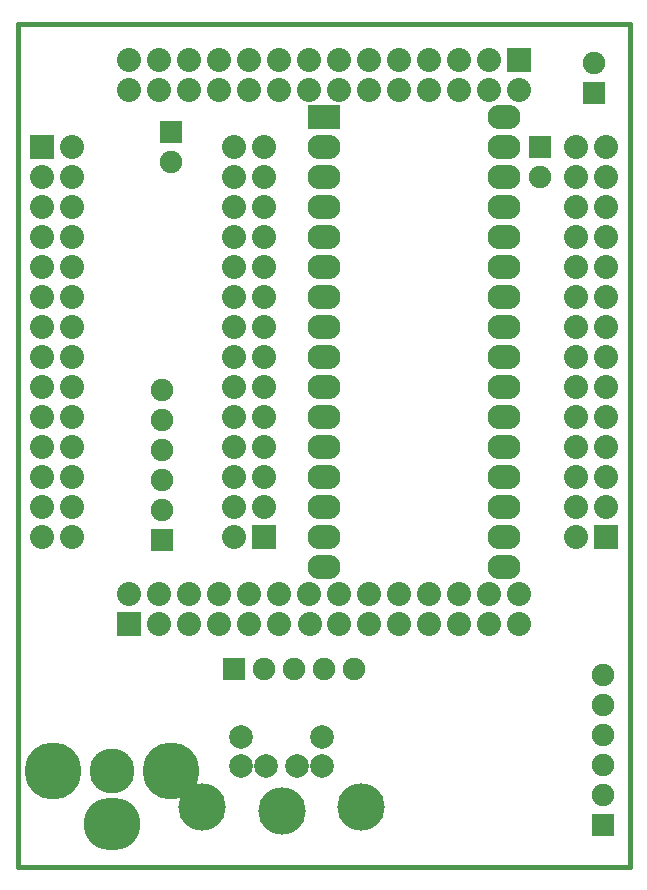
<source format=gbs>
G04 (created by PCBNEW (2013-07-07 BZR 4022)-stable) date 11/10/2018 5:54:12 PM*
%MOIN*%
G04 Gerber Fmt 3.4, Leading zero omitted, Abs format*
%FSLAX34Y34*%
G01*
G70*
G90*
G04 APERTURE LIST*
%ADD10C,0.00590551*%
%ADD11C,0.015*%
%ADD12O,0.19X0.175*%
%ADD13C,0.19*%
%ADD14C,0.15*%
%ADD15C,0.075*%
%ADD16R,0.075X0.075*%
%ADD17C,0.08*%
%ADD18R,0.08X0.08*%
%ADD19R,0.11X0.082*%
%ADD20O,0.11X0.082*%
%ADD21C,0.0790551*%
%ADD22C,0.157795*%
G04 APERTURE END LIST*
G54D10*
G54D11*
X45100Y-51500D02*
X45100Y-23400D01*
X65500Y-51500D02*
X45100Y-51500D01*
X65500Y-23400D02*
X65500Y-51500D01*
X45100Y-23400D02*
X65500Y-23400D01*
G54D12*
X48250Y-50070D03*
G54D13*
X46280Y-48300D03*
G54D14*
X48250Y-48300D03*
G54D13*
X50220Y-48300D03*
G54D15*
X49900Y-35600D03*
X49900Y-36600D03*
X49900Y-37600D03*
X49900Y-38600D03*
G54D16*
X49900Y-40600D03*
G54D15*
X49900Y-39600D03*
G54D17*
X45900Y-31500D03*
X45900Y-30500D03*
X45900Y-29500D03*
X45900Y-28500D03*
X46900Y-40500D03*
X46900Y-39500D03*
X46900Y-38500D03*
X46900Y-37500D03*
X46900Y-36500D03*
X45900Y-40500D03*
X46900Y-35500D03*
X45900Y-39500D03*
X46900Y-34500D03*
X45900Y-38500D03*
X46900Y-33500D03*
X45900Y-37500D03*
X46900Y-32500D03*
X45900Y-36500D03*
X46900Y-31500D03*
X45900Y-35500D03*
X46900Y-30500D03*
X45900Y-34500D03*
X46900Y-29500D03*
X45900Y-33500D03*
X46900Y-28500D03*
X45900Y-32500D03*
X46900Y-27500D03*
G54D18*
X45900Y-27500D03*
X64700Y-40500D03*
G54D17*
X63700Y-40500D03*
X64700Y-35500D03*
X63700Y-39500D03*
X64700Y-34500D03*
X63700Y-38500D03*
X64700Y-33500D03*
X63700Y-37500D03*
X64700Y-32500D03*
X63700Y-36500D03*
X64700Y-31500D03*
X63700Y-35500D03*
X64700Y-30500D03*
X63700Y-34500D03*
X64700Y-29500D03*
X63700Y-33500D03*
X64700Y-28500D03*
X63700Y-32500D03*
X64700Y-27500D03*
X63700Y-31500D03*
X63700Y-30500D03*
X63700Y-29500D03*
X63700Y-28500D03*
X63700Y-27500D03*
X64700Y-39500D03*
X64700Y-38500D03*
X64700Y-37500D03*
X64700Y-36500D03*
X57800Y-24600D03*
X58800Y-24600D03*
X59800Y-24600D03*
X60800Y-24600D03*
X48800Y-25600D03*
X49800Y-25600D03*
X50800Y-25600D03*
X51800Y-25600D03*
X52800Y-25600D03*
X48800Y-24600D03*
X53800Y-25600D03*
X49800Y-24600D03*
X54800Y-25600D03*
X50800Y-24600D03*
X55800Y-25600D03*
X51800Y-24600D03*
X56800Y-25600D03*
X52800Y-24600D03*
X57800Y-25600D03*
X53800Y-24600D03*
X58800Y-25600D03*
X54800Y-24600D03*
X59800Y-25600D03*
X55800Y-24600D03*
X60800Y-25600D03*
X56800Y-24600D03*
X61800Y-25600D03*
G54D18*
X61800Y-24600D03*
X48800Y-43400D03*
G54D17*
X48800Y-42400D03*
X53800Y-43400D03*
X49800Y-42400D03*
X54850Y-43400D03*
X50800Y-42400D03*
X55800Y-43400D03*
X51800Y-42400D03*
X56800Y-43400D03*
X52800Y-42400D03*
X57800Y-43400D03*
X53800Y-42400D03*
X58800Y-43400D03*
X54800Y-42400D03*
X59800Y-43400D03*
X55800Y-42400D03*
X60800Y-43400D03*
X56800Y-42400D03*
X61800Y-43400D03*
X57800Y-42400D03*
X58800Y-42400D03*
X59800Y-42400D03*
X60800Y-42400D03*
X61800Y-42400D03*
X49800Y-43400D03*
X50800Y-43400D03*
X51800Y-43400D03*
X52800Y-43400D03*
G54D16*
X64600Y-50100D03*
G54D15*
X64600Y-49100D03*
X64600Y-48100D03*
X64600Y-47100D03*
X64600Y-46100D03*
X64600Y-45100D03*
G54D19*
X55300Y-26500D03*
G54D20*
X55300Y-27500D03*
X55300Y-28500D03*
X55300Y-29500D03*
X55300Y-30500D03*
X55300Y-31500D03*
X55300Y-32500D03*
X55300Y-33500D03*
X55300Y-34500D03*
X55300Y-35500D03*
X55300Y-36500D03*
X55300Y-37500D03*
X55300Y-38500D03*
X55300Y-39500D03*
X55300Y-40500D03*
X55300Y-41500D03*
X61300Y-41500D03*
X61300Y-40500D03*
X61300Y-39500D03*
X61300Y-38500D03*
X61300Y-37500D03*
X61300Y-36500D03*
X61300Y-35500D03*
X61300Y-34500D03*
X61300Y-33500D03*
X61300Y-32500D03*
X61300Y-31500D03*
X61300Y-30500D03*
X61300Y-29500D03*
X61300Y-28500D03*
X61300Y-27500D03*
X61300Y-26500D03*
G54D21*
X54409Y-48153D03*
X53390Y-48153D03*
X52559Y-48153D03*
X52559Y-47169D03*
X55240Y-47169D03*
G54D22*
X51242Y-49531D03*
X56557Y-49531D03*
X53900Y-49649D03*
G54D21*
X55240Y-48153D03*
G54D16*
X64300Y-25700D03*
G54D15*
X64300Y-24700D03*
G54D16*
X50200Y-27000D03*
G54D15*
X50200Y-28000D03*
G54D16*
X62500Y-27500D03*
G54D15*
X62500Y-28500D03*
G54D16*
X52300Y-44900D03*
G54D15*
X53300Y-44900D03*
X54300Y-44900D03*
X55300Y-44900D03*
X56300Y-44900D03*
G54D17*
X52300Y-27500D03*
X53300Y-27500D03*
G54D18*
X53300Y-40500D03*
G54D17*
X52300Y-40500D03*
X53300Y-39500D03*
X52300Y-39500D03*
X53300Y-38500D03*
X52300Y-38500D03*
X53300Y-37500D03*
X52300Y-37500D03*
X53300Y-36500D03*
X52300Y-36500D03*
X53300Y-35500D03*
X52300Y-35500D03*
X53300Y-34500D03*
X52300Y-34500D03*
X53300Y-33500D03*
X52300Y-33500D03*
X53300Y-32500D03*
X52300Y-32500D03*
X53300Y-31500D03*
X52300Y-31500D03*
X53300Y-30500D03*
X52300Y-30500D03*
X53300Y-29500D03*
X52300Y-29500D03*
X53300Y-28500D03*
X52300Y-28500D03*
M02*

</source>
